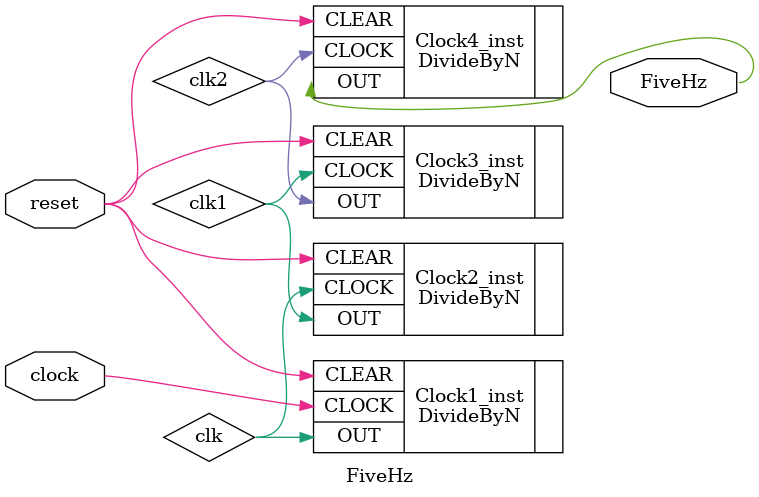
<source format=sv>
module FiveHz
(
   input clock, reset,
	output FiveHz
);

   wire clk, clk1, clk2;
 
   DivideByN #(20) Clock1_inst
	(
	   .CLOCK(clock),
		.CLEAR(reset),
		.OUT(clk)
	);
	
	DivideByN #(1) Clock2_inst
	(
	   .CLOCK(clk),
		.CLEAR(reset),
		.OUT(clk1)
	);
	
	DivideByN #(1) Clock3_inst
	(
	   .CLOCK(clk1),
		.CLEAR(reset),
		.OUT(clk2)
	);
	
	DivideByN #(1) Clock4_inst
	(
	   .CLOCK(clk2),
		.CLEAR(reset),
		.OUT(FiveHz)
	);
	
endmodule 
</source>
